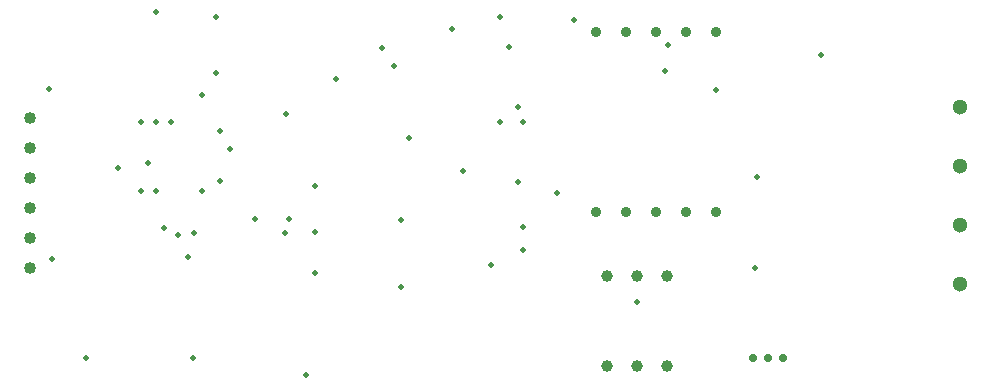
<source format=gbr>
%TF.GenerationSoftware,Novarm,DipTrace,3.0.0.2*%
%TF.CreationDate,2017-02-07T17:04:26+02:00*%
%FSLAX26Y26*%
%MOIN*%
%TF.FileFunction,Plated,1,2,PTH,Drill*%
%TF.Part,Single*%
%TA.AperFunction,ViaDrill*%
%ADD48C,0.019*%
%TA.AperFunction,ComponentDrill*%
%ADD50C,0.035433*%
%ADD51C,0.040157*%
%ADD52C,0.051181*%
%ADD53C,0.03937*%
%ADD54C,0.027559*%
G75*
G01*
D50*
X2419000Y1044000D3*
X2519000D3*
X2619000D3*
X2719000D3*
X2819000D3*
Y1644000D3*
X2719000D3*
X2619000D3*
X2519000D3*
X2419000D3*
D51*
X531500Y856500D3*
Y956500D3*
Y1056500D3*
Y1156500D3*
Y1256500D3*
Y1356500D3*
D52*
X3631500Y1395388D3*
Y1198538D3*
Y1001589D3*
Y804739D3*
D53*
X2456500Y531500D3*
X2556500D3*
X2656500D3*
Y831500D3*
X2556500D3*
X2456520D3*
D54*
X2944000Y556500D3*
X2994000D3*
X3044000D3*
D48*
X1707512Y1589996D3*
X2174972Y919000D3*
X825303Y1191528D3*
X2955782Y1162366D3*
X1166378Y1312433D3*
X901185Y1343933D3*
X952366Y1115587D3*
X2160772Y1394000D3*
X719000Y555803D3*
X1451461Y500941D3*
X1076591Y555803D3*
X1938421Y1652972D3*
X606390Y888000D3*
X1481500Y1131500D3*
Y977469D3*
Y840228D3*
X2950528Y856091D3*
X1058894Y894000D3*
X2177630Y1344000D3*
X3169606Y1569000D3*
X1770508Y794000D3*
Y1016972D3*
X1281500Y1022220D3*
X1745508Y1531500D3*
X2097772Y1344000D3*
X1795280Y1290488D3*
X2158764Y1143591D3*
X2174972Y993803D3*
X1151232Y1694000D3*
X1105909Y1435240D3*
X1151232Y1506500D3*
X2556500Y743787D3*
X2658972Y1600228D3*
X2650500Y1513752D3*
X2346472Y1685028D3*
X2097772Y1694000D3*
X2129272Y1594000D3*
X2819000Y1450756D3*
X596787Y1455500D3*
X2288028Y1106500D3*
X1027398Y966528D3*
X1551492Y1488504D3*
X1387346Y1370028D3*
X926776Y1207528D3*
X901185Y1115587D3*
X1197878Y1254528D3*
X1105909Y1115587D3*
X2069000Y866409D3*
X1003547Y1343933D3*
X952366D3*
Y1710000D3*
X1166374Y1147087D3*
X1396996Y1019969D3*
X1381500Y972969D3*
X1080319D3*
X1975343Y1181500D3*
X977957Y990720D3*
M02*

</source>
